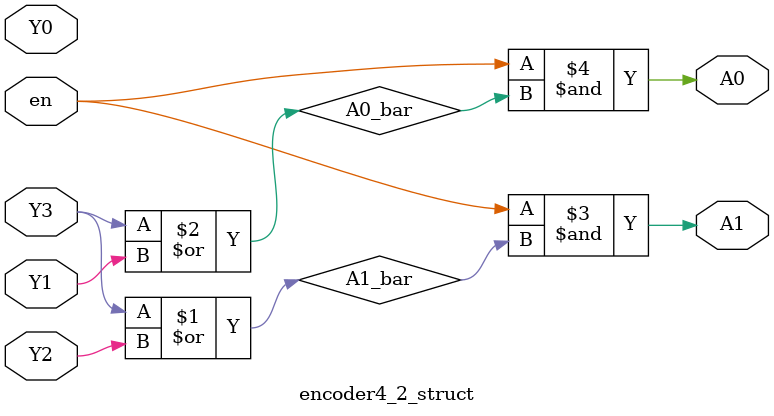
<source format=v>
`timescale 1ns / 1ps


module encoder4_2_struct(
    input en,
    input Y3,Y2,Y1,Y0,
    output A1,A0
    );
   
    wire A1_bar,A0_bar;
    
    or(A1_bar,Y3,Y2);
    or(A0_bar,Y3,Y1);
    
    and(A1,en,A1_bar);
    and(A0,en,A0_bar);
    
endmodule

</source>
